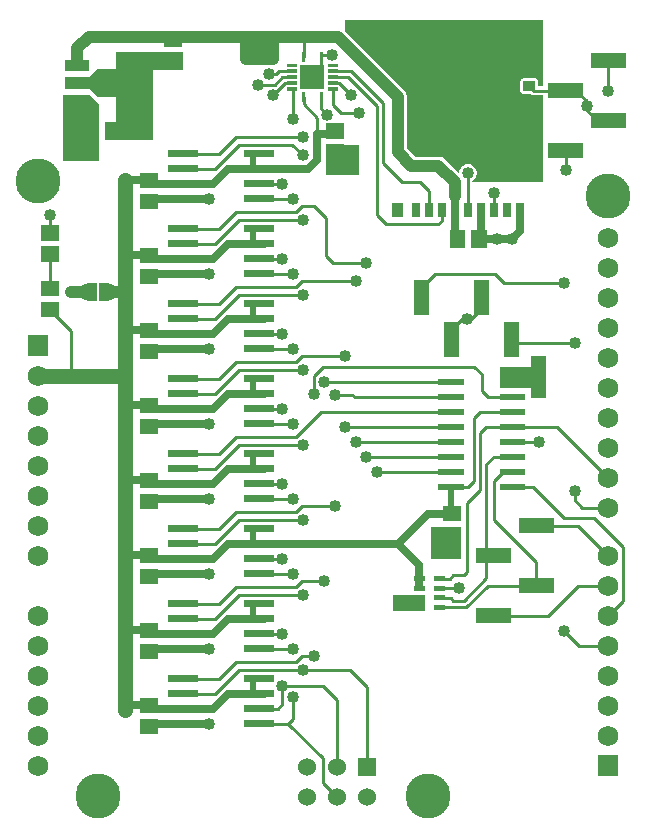
<source format=gbr>
G04 start of page 2 for group 0 idx 0 *
G04 Title: (unknown), component *
G04 Creator: pcb 20110918 *
G04 CreationDate: Tue 05 Jan 2016 03:28:18 AM GMT UTC *
G04 For: railfan *
G04 Format: Gerber/RS-274X *
G04 PCB-Dimensions: 210000 270000 *
G04 PCB-Coordinate-Origin: lower left *
%MOIN*%
%FSLAX25Y25*%
%LNTOP*%
%ADD34C,0.1285*%
%ADD33C,0.0380*%
%ADD32R,0.0256X0.0256*%
%ADD31R,0.0236X0.0236*%
%ADD30R,0.0300X0.0300*%
%ADD29R,0.0945X0.0945*%
%ADD28R,0.0378X0.0378*%
%ADD27R,0.0200X0.0200*%
%ADD26R,0.0167X0.0167*%
%ADD25R,0.0276X0.0276*%
%ADD24R,0.0394X0.0394*%
%ADD23R,0.0315X0.0315*%
%ADD22R,0.0500X0.0500*%
%ADD21R,0.0512X0.0512*%
%ADD20R,0.0110X0.0110*%
%ADD19C,0.1500*%
%ADD18C,0.0600*%
%ADD17C,0.0680*%
%ADD16C,0.0400*%
%ADD15C,0.0500*%
%ADD14C,0.0100*%
%ADD13C,0.0250*%
%ADD12C,0.0200*%
%ADD11C,0.0001*%
G54D11*G36*
X106000Y227000D02*X117000D01*
Y217000D01*
X106000D01*
Y227000D01*
G37*
G36*
X174500Y156500D02*X179500D01*
Y142500D01*
X174500D01*
Y156500D01*
G37*
G36*
X164000Y146000D02*Y153000D01*
X179500D01*
Y146000D01*
X164000D01*
G37*
G36*
X36000Y258000D02*X48500D01*
Y228500D01*
X36000D01*
Y258000D01*
G37*
G36*
X18500Y243500D02*X27500D01*
X30500Y240500D01*
Y221500D01*
X18500D01*
Y243500D01*
G37*
G36*
X58500Y258000D02*Y252000D01*
X46500D01*
Y258000D01*
X58500D01*
G37*
G36*
X77500Y265000D02*X90500D01*
Y255500D01*
X77500D01*
Y265000D01*
G37*
G36*
X141000Y89000D02*Y99500D01*
X151000D01*
Y89000D01*
X141000D01*
G37*
G36*
X128500Y77000D02*X139000D01*
Y71500D01*
X128500D01*
Y77000D01*
G37*
G36*
X170827Y248052D02*X170837Y244744D01*
X170874Y244591D01*
X170934Y244445D01*
X171016Y244311D01*
X171118Y244191D01*
X171238Y244089D01*
X171372Y244007D01*
X171518Y243947D01*
X171671Y243910D01*
X171827Y243900D01*
X174243Y243906D01*
X174387Y243783D01*
X174388Y243783D01*
X174589Y243659D01*
X174807Y243569D01*
X175037Y243514D01*
X175272Y243495D01*
X175331Y243500D01*
X178500D01*
Y214500D01*
X154824D01*
Y214901D01*
X155093Y215065D01*
X155452Y215372D01*
X155759Y215731D01*
X156005Y216134D01*
X156186Y216570D01*
X156296Y217029D01*
X156324Y217500D01*
X156296Y217971D01*
X156186Y218430D01*
X156005Y218866D01*
X155759Y219269D01*
X155452Y219628D01*
X155093Y219935D01*
X154690Y220181D01*
X154254Y220362D01*
X153795Y220472D01*
X153324Y220509D01*
X152853Y220472D01*
X152394Y220362D01*
X151958Y220181D01*
X151555Y219935D01*
X151196Y219628D01*
X150889Y219269D01*
X150643Y218866D01*
X150462Y218430D01*
X150352Y217971D01*
X150315Y217500D01*
X150321Y217422D01*
X145704Y222038D01*
X145628Y222128D01*
X145269Y222435D01*
X144866Y222681D01*
X144430Y222862D01*
X143971Y222972D01*
X143500Y223009D01*
X143382Y223000D01*
X135743D01*
X133000Y225743D01*
Y242882D01*
X133009Y243000D01*
X132972Y243471D01*
X132972Y243471D01*
X132862Y243930D01*
X132681Y244366D01*
X132435Y244769D01*
X132128Y245128D01*
X132038Y245204D01*
X112500Y264743D01*
Y268500D01*
X178500D01*
Y246500D01*
X176760D01*
X176755Y248208D01*
X176718Y248361D01*
X176658Y248507D01*
X176576Y248641D01*
X176474Y248761D01*
X176354Y248863D01*
X176220Y248945D01*
X176074Y249005D01*
X175921Y249042D01*
X175764Y249052D01*
X171671Y249042D01*
X171518Y249005D01*
X171372Y248945D01*
X171238Y248863D01*
X171118Y248761D01*
X171016Y248641D01*
X170934Y248507D01*
X170874Y248361D01*
X170837Y248208D01*
X170827Y248052D01*
G37*
G54D12*X81630Y124000D02*Y119000D01*
G54D13*X73500D02*X85370D01*
G54D14*X69000D02*X77000Y127000D01*
X70500Y124000D02*X76000Y129500D01*
X96000D01*
G54D13*X68500Y114000D02*X73500Y119000D01*
G54D14*X60370D02*X69000D01*
X60370Y124000D02*X70500D01*
G54D13*X47000Y114000D02*X68500D01*
X47000Y115043D02*X39000D01*
X67000Y109000D02*X47000D01*
G54D14*X85370Y114000D02*X91500D01*
X85370Y109000D02*X95000D01*
G54D13*X47000Y40043D02*X39000D01*
G54D15*X39043Y215043D02*X39000Y38500D01*
G54D14*X70500Y74000D02*X76000Y79500D01*
X85370Y39000D02*X90000D01*
X91500Y40500D01*
Y46500D01*
G54D13*X68500Y89000D02*X73500Y94000D01*
G54D14*X69000D02*X77000Y102000D01*
X70500Y99000D02*X76000Y104500D01*
X60370Y149000D02*X70500D01*
X76000Y154500D01*
X60370Y174000D02*X70500D01*
X60370Y199000D02*X70500D01*
Y174000D02*X76000Y179500D01*
X70500Y199000D02*X76000Y204500D01*
Y154500D02*X96000D01*
X98000Y156500D01*
X76000Y179500D02*X96000D01*
X98000Y181500D01*
X76000Y204500D02*X96000D01*
X98000Y206500D01*
G54D12*X81630Y99000D02*Y94000D01*
G54D14*X85370Y89000D02*X91500D01*
X85370Y84000D02*X95000D01*
X77000Y102000D02*X98500D01*
G54D13*X73500Y94000D02*X130000D01*
G54D12*X81630Y74000D02*Y69000D01*
G54D13*X73500D02*X85370D01*
G54D14*Y64000D02*X91500D01*
X69000Y69000D02*X77000Y77000D01*
X98500D01*
X76000Y79500D02*X96000D01*
X98000Y81500D01*
X105500D01*
X76000Y104500D02*X96000D01*
X98000Y106500D01*
X109000D01*
G54D13*X47000Y89000D02*X68500D01*
X47000Y90043D02*X39000D01*
X67000Y84000D02*X47000D01*
G54D14*X60370Y94000D02*X69000D01*
G54D13*X68500Y64000D02*X73500Y69000D01*
X47000Y64000D02*X68500D01*
X47000Y65043D02*X39000D01*
G54D14*X60370Y69000D02*X69000D01*
X60370Y74000D02*X70500D01*
X60370Y99000D02*X70500D01*
G54D12*X81630Y49000D02*Y44000D01*
G54D13*X73500D02*X85370D01*
X67000Y59000D02*X47000D01*
G54D14*X85370D02*X95000D01*
X76000Y54500D02*X96000D01*
X98000Y56500D01*
X102000D01*
X69000Y44000D02*X77000Y52000D01*
X70500Y49000D02*X76000Y54500D01*
G54D13*X68500Y39000D02*X73500Y44000D01*
X47000Y39000D02*X68500D01*
X67000Y34000D02*X47000D01*
G54D14*X60370Y44000D02*X69000D01*
X60370Y49000D02*X70500D01*
X77000Y52000D02*X114000D01*
X119803Y46197D01*
X105000Y14252D02*X109803Y9449D01*
X105000Y22500D02*Y14252D01*
X85370Y34000D02*X93500D01*
X95000Y35500D01*
Y43000D01*
X91500Y46500D02*X105000D01*
X93500Y34000D02*X105000Y22500D01*
Y46500D02*X109803Y41697D01*
Y19449D01*
X119803Y46197D02*Y19449D01*
X147750Y148000D02*X105500D01*
X155500Y153000D02*X105000D01*
X147750Y143000D02*X115500D01*
X115000Y143500D01*
X109000D01*
X147750Y133000D02*X112500D01*
X147750Y128000D02*X116000D01*
X147750Y138000D02*X104500D01*
G54D12*X81630Y149000D02*Y144000D01*
G54D14*X69000D02*X77000Y152000D01*
X98500D01*
X98000Y156500D02*X112500D01*
X105000Y153000D02*X102000Y150000D01*
Y144000D01*
G54D13*X73500D02*X85370D01*
G54D14*Y139000D02*X91500D01*
X85370Y134000D02*X95000D01*
X77000Y127000D02*X98500D01*
X96000Y129500D02*X104500Y138000D01*
G54D13*X68500Y139000D02*X73500Y144000D01*
G54D14*X60370D02*X69000D01*
G54D13*X47000Y139000D02*X68500D01*
X47000Y140043D02*X39000D01*
X67000Y134000D02*X47000D01*
G54D12*X81630Y174000D02*Y169000D01*
G54D13*X73500D02*X85370D01*
X68500Y164000D02*X73500Y169000D01*
X47000Y164000D02*X68500D01*
X47000Y189000D02*X68500D01*
X67000Y184000D02*X47000D01*
X67000Y159000D02*X47000D01*
G54D14*X60370Y169000D02*X69000D01*
X77000Y177000D01*
G54D12*X81630Y199000D02*Y194000D01*
G54D13*X73500D02*X85370D01*
X68500Y189000D02*X73500Y194000D01*
G54D14*X77000Y202000D02*X98500D01*
X106000Y190000D02*Y202500D01*
X102000Y206500D01*
X60370Y194000D02*X69000D01*
X77000Y202000D01*
G54D13*X47000Y214000D02*X68500D01*
X67000Y209000D02*X47000D01*
Y215043D02*X39000D01*
X47000Y190043D02*X39000D01*
X47000Y165043D02*X39000D01*
G54D14*X85370Y164000D02*X91500D01*
X85370Y159000D02*X95000D01*
X77000Y177000D02*X98500D01*
X85370Y189000D02*X91500D01*
X85370Y184000D02*X95000D01*
X98000Y181500D02*X116000D01*
X119500Y187500D02*X108500D01*
X106000Y190000D01*
X158000Y176086D02*Y172500D01*
X154500Y169000D01*
X151500D02*X154500D01*
X148000Y165500D02*Y161914D01*
Y165500D02*X151500Y169000D01*
X189000Y161000D02*X168000D01*
X185500Y181000D02*X165500D01*
X162500Y184000D01*
X142500D01*
X138000Y179500D01*
X157500Y138000D02*X168250D01*
Y143000D02*X160000D01*
X158000Y145000D01*
Y150500D01*
X155500Y153000D01*
X147750Y123000D02*X119500D01*
X147750Y118000D02*X123000D01*
G54D12*X147750Y113000D02*Y104043D01*
G54D14*Y113000D02*X153500D01*
X155500Y115000D01*
X153000Y107500D02*X157500Y112000D01*
X185500Y102500D02*X175000Y113000D01*
X168250D01*
X162000Y115000D02*X165000Y118000D01*
X168250D01*
Y123000D02*X162000D01*
X159500Y120500D01*
X155500Y115000D02*Y136000D01*
X157500Y138000D01*
Y112000D02*Y131000D01*
X159500Y133000D01*
X183000D02*X159500D01*
X161914Y70000D02*X180000D01*
X190000Y80000D01*
X200000D01*
Y70000D02*X205000Y75000D01*
X160000Y80000D02*X176086D01*
Y100000D02*X190000D01*
X200000Y90000D01*
X189000Y111500D02*Y108500D01*
X191500Y106000D01*
X200000D01*
X195500Y102500D02*X185500D01*
Y65000D02*X190500Y60000D01*
X200000D01*
X205000Y75000D02*Y93000D01*
X195500Y102500D01*
X176086Y80000D02*Y87914D01*
X162000Y102000D01*
X168250Y128000D02*X177000D01*
X200000Y116000D02*X183000Y133000D01*
G54D13*X130000Y94000D02*X140000Y104000D01*
X130000Y94000D02*X137000Y87000D01*
Y79500D01*
X140000Y104000D02*X147750D01*
G54D14*X159500Y120500D02*Y82500D01*
X143848Y79075D02*X150500D01*
X162000Y102000D02*Y115000D01*
X153000Y84500D02*Y107500D01*
X143848Y72776D02*X152776D01*
X152000Y75000D02*X148500D01*
X147575Y75925D01*
X143848D01*
X152776Y72776D02*X160000Y80000D01*
X159500Y82500D02*X152000Y75000D01*
X153000Y84500D02*X152000Y83500D01*
X148500D01*
X147224Y82224D01*
X143848D01*
G54D16*X130000Y243000D02*Y224500D01*
X134500Y220000D01*
G54D14*X125000Y221000D02*Y241000D01*
X140331Y211669D02*X137500Y214500D01*
X131500D01*
X125000Y221000D01*
G54D16*X134500Y220000D02*X143500D01*
G54D14*X123000Y240000D02*Y203500D01*
X126000Y200500D01*
G54D13*X148993Y210000D02*Y195500D01*
G54D14*X140331Y205138D02*Y211669D01*
X126000Y200500D02*X143500D01*
X144662Y201662D01*
Y205138D01*
G54D16*X148993Y209993D02*Y214507D01*
X143500Y220000D01*
G54D13*X157654Y205138D02*Y195500D01*
X170647Y205138D02*Y198147D01*
G54D14*X161985Y210775D02*Y205138D01*
X153324Y217500D02*Y205138D01*
G54D13*X170647Y198147D02*X168000Y195500D01*
X157043D01*
G54D14*X175272Y245000D02*X173796Y246476D01*
X175272Y245000D02*X189500D01*
X200086Y255000D02*Y245000D01*
X185914Y225000D02*Y218500D01*
X189500Y245000D02*X193000Y241500D01*
X196500Y235000D02*X200086D01*
X196500D02*X193000Y238500D01*
Y241500D02*Y238500D01*
G54D16*X27000Y263000D02*X110000D01*
X130000Y243000D01*
G54D14*X114531Y251469D02*X108291D01*
X110469Y247531D02*X114500Y243500D01*
X104453Y256291D02*Y251795D01*
X125000Y241000D02*X114531Y251469D01*
X108291Y249500D02*X113500D01*
X123000Y240000D01*
X108291Y245563D02*Y240209D01*
X108000Y257000D02*X104453D01*
X98547Y256291D02*Y263000D01*
G54D13*X103000Y230500D02*X109000D01*
G54D14*X103000Y236000D02*Y230500D01*
X108291Y240209D02*X111000Y237500D01*
X117000D01*
X108291Y247531D02*X110469D01*
X98547Y242709D02*Y240453D01*
X103000Y236000D01*
X104453Y242709D02*Y239047D01*
X106500Y237000D01*
X95000Y235500D02*Y245563D01*
X94709Y247531D02*X92531D01*
X88500Y243500D01*
X94709Y249500D02*X91500D01*
X89000Y247000D01*
X83500D01*
X94709Y251469D02*X90469D01*
X89500Y250500D01*
X87000D01*
G54D16*X88500Y255500D02*X79500D01*
X23142Y253406D02*Y259142D01*
X27000Y263000D01*
G54D15*X10000Y150000D02*X39027D01*
G54D16*X33400Y178000D02*X39500D01*
X26600D02*X21000D01*
G54D14*Y150000D02*Y164957D01*
X14000Y171957D01*
Y179043D02*Y190457D01*
Y197543D02*Y203500D01*
G54D12*X81630Y224000D02*Y219000D01*
G54D14*X77000Y227000D02*X94709D01*
X76000Y229500D02*X98500D01*
G54D13*X68500Y214000D02*X73500Y219000D01*
G54D14*X69000D02*X77000Y227000D01*
X70500Y224000D02*X76000Y229500D01*
X60370Y219000D02*X69000D01*
G54D13*X73500D02*X100000D01*
G54D14*X85370Y214000D02*X91500D01*
X85370Y209000D02*X95000D01*
X98000Y206500D02*X102000D01*
X94709Y227000D02*X98209Y223500D01*
G54D13*X100000Y219000D02*X103000Y222000D01*
Y230500D01*
G54D14*X60370Y224000D02*X70500D01*
G54D11*G36*
X196600Y23400D02*Y16600D01*
X203400D01*
Y23400D01*
X196600D01*
G37*
G54D17*X200000Y30000D03*
Y40000D03*
Y50000D03*
Y60000D03*
Y70000D03*
G54D11*G36*
X116803Y22449D02*Y16449D01*
X122803D01*
Y22449D01*
X116803D01*
G37*
G54D18*X119803Y9449D03*
X109803D03*
X99803D03*
G54D19*X140000Y10000D03*
G54D18*X109803Y19449D03*
X99803D03*
G54D17*X10000Y130000D03*
Y120000D03*
Y110000D03*
Y100000D03*
G54D11*G36*
X6600Y163400D02*Y156600D01*
X13400D01*
Y163400D01*
X6600D01*
G37*
G54D17*X10000Y150000D03*
Y140000D03*
G54D19*Y215000D03*
G54D17*Y90000D03*
Y70000D03*
Y60000D03*
Y50000D03*
Y40000D03*
Y30000D03*
Y20000D03*
G54D19*X30000Y10000D03*
G54D17*X200000Y80000D03*
Y90000D03*
Y106000D03*
Y116000D03*
Y126000D03*
Y136000D03*
Y146000D03*
Y156000D03*
Y166000D03*
Y176000D03*
Y186000D03*
Y196000D03*
G54D19*Y210000D03*
G54D20*X107169Y245563D02*X109413D01*
X107169Y247531D02*X109413D01*
X107169Y249500D02*X109413D01*
X107169Y251469D02*X109413D01*
G54D21*X108607Y224457D02*X109393D01*
X108607Y231543D02*X109393D01*
G54D20*X107169Y253437D02*X109413D01*
X104453Y257413D02*Y255169D01*
X98547Y257413D02*Y255169D01*
G54D11*G36*
X102091Y253319D02*Y250091D01*
X105319D01*
Y253319D01*
X102091D01*
G37*
G36*
X97681D02*Y250091D01*
X100909D01*
Y253319D01*
X97681D01*
G37*
G36*
X97464Y253536D02*Y245464D01*
X105536D01*
Y253536D01*
X97464D01*
G37*
G54D20*X93587Y249500D02*X95831D01*
X93587Y247531D02*X95831D01*
X93587Y245563D02*X95831D01*
X98547Y243831D02*Y241587D01*
X104453Y243831D02*Y241587D01*
G54D11*G36*
X102091Y248909D02*Y245681D01*
X105319D01*
Y248909D01*
X102091D01*
G37*
G36*
X97681D02*Y245681D01*
X100909D01*
Y248909D01*
X97681D01*
G37*
G54D20*X93587Y251469D02*X95831D01*
G54D22*X196760Y255000D02*X203413D01*
G54D21*X120646Y265769D02*Y263406D01*
G54D22*X182587Y245000D02*X189240D01*
X196760Y235000D02*X203413D01*
X182587Y225000D02*X189240D01*
G54D23*X173403Y246476D02*X174189D01*
G54D24*X173795Y266358D02*Y259270D01*
X173796Y222460D02*Y221672D01*
G54D21*X157043Y195893D02*Y195107D01*
X149957Y195893D02*Y195107D01*
G54D25*X153324Y206122D02*Y204153D01*
X157654Y206122D02*Y204153D01*
X136001Y206122D02*Y204153D01*
X140331Y206122D02*Y204153D01*
X144662Y206122D02*Y204153D01*
X148993Y206122D02*Y204153D01*
X161985Y206122D02*Y204153D01*
X166316Y206122D02*Y204153D01*
X170647Y206122D02*Y204153D01*
G54D24*X129899Y205531D02*Y204743D01*
G54D22*X172760Y100000D02*X179413D01*
X158587Y90000D02*X165240D01*
X172760Y80000D02*X179413D01*
X158587Y70000D02*X165240D01*
G54D26*X136217Y82224D02*X138087D01*
X136217Y79075D02*X138087D01*
X136217Y75925D02*X138087D01*
X136217Y72776D02*X138087D01*
X142913D02*X144783D01*
X142913Y75925D02*X144783D01*
X142913Y79075D02*X144783D01*
X142913Y82224D02*X144783D01*
G54D21*X147607Y96957D02*X148393D01*
X147607Y104043D02*X148393D01*
G54D27*X165000Y113000D02*X171500D01*
X165000Y118000D02*X171500D01*
X165000Y123000D02*X171500D01*
G54D22*X168000Y165240D02*Y158587D01*
X158000Y179413D02*Y172760D01*
G54D27*X165000Y128000D02*X171500D01*
X144500D02*X151000D01*
X144500Y123000D02*X151000D01*
X144500Y118000D02*X151000D01*
X144500Y113000D02*X151000D01*
X165000Y133000D02*X171500D01*
X144500D02*X151000D01*
X165000Y138000D02*X171500D01*
X144500D02*X151000D01*
X165000Y143000D02*X171500D01*
X165000Y148000D02*X171500D01*
X144500D02*X151000D01*
X144500Y143000D02*X151000D01*
G54D22*X148000Y165240D02*Y158587D01*
X138000Y179413D02*Y172760D01*
G54D28*X21095Y253406D02*X25189D01*
X21095Y247500D02*X32905D01*
G54D29*X34639D02*X36529D01*
G54D11*G36*
X27074Y249385D02*X29914Y252225D01*
X31334Y250805D01*
X28494Y247965D01*
X27074Y249385D01*
G37*
G36*
X28494Y247035D02*X31334Y244195D01*
X29914Y242775D01*
X27074Y245615D01*
X28494Y247035D01*
G37*
G54D28*X21095Y241594D02*X25189D01*
G54D18*X33400Y178000D03*
G54D30*X31900Y179500D02*Y176500D01*
G54D18*X26600Y178000D03*
G54D30*X28100Y179500D02*Y176500D01*
G54D21*X35043Y231893D02*Y231107D01*
X27957Y231893D02*Y231107D01*
X13607Y197543D02*X14393D01*
X13607Y190457D02*X14393D01*
X13607Y179043D02*X14393D01*
X13607Y171957D02*X14393D01*
G54D20*X93587Y253437D02*X95831D01*
G54D21*X54607Y254957D02*X55393D01*
X54607Y262043D02*X55393D01*
G54D31*X58500Y224000D02*X62240D01*
X58500Y219000D02*X62240D01*
X58500Y214000D02*X62240D01*
X79760Y209000D02*X83500D01*
X79760Y214000D02*X83500D01*
X79760Y219000D02*X83500D01*
G54D32*X83303Y209000D02*X87437D01*
X83303Y214000D02*X87437D01*
X83303Y219000D02*X87437D01*
G54D31*X79760Y224000D02*X83500D01*
G54D32*X83303D02*X87437D01*
X54563D02*X58697D01*
X54563Y219000D02*X58697D01*
X54563Y214000D02*X58697D01*
X54563Y209000D02*X58697D01*
G54D21*X46607Y207957D02*X47393D01*
X46607Y215043D02*X47393D01*
G54D31*X58500Y209000D02*X62240D01*
X58500Y199000D02*X62240D01*
X58500Y194000D02*X62240D01*
X79760D02*X83500D01*
G54D32*X83303D02*X87437D01*
G54D31*X79760Y199000D02*X83500D01*
G54D32*X83303D02*X87437D01*
X54563D02*X58697D01*
X54563Y194000D02*X58697D01*
X54563Y189000D02*X58697D01*
X54563Y184000D02*X58697D01*
G54D21*X46607Y182957D02*X47393D01*
X46607Y190043D02*X47393D01*
G54D31*X58500Y189000D02*X62240D01*
X58500Y184000D02*X62240D01*
X58500Y174000D02*X62240D01*
X58500Y169000D02*X62240D01*
G54D32*X54563Y174000D02*X58697D01*
G54D31*X79760Y184000D02*X83500D01*
G54D32*X83303D02*X87437D01*
G54D31*X79760Y189000D02*X83500D01*
G54D32*X83303D02*X87437D01*
G54D31*X79760Y169000D02*X83500D01*
X79760Y174000D02*X83500D01*
G54D32*X83303Y169000D02*X87437D01*
X83303Y174000D02*X87437D01*
G54D31*X58500Y164000D02*X62240D01*
G54D32*X54563D02*X58697D01*
G54D21*X46607Y165043D02*X47393D01*
G54D31*X58500Y159000D02*X62240D01*
G54D32*X54563D02*X58697D01*
G54D21*X46607Y157957D02*X47393D01*
G54D32*X54563Y169000D02*X58697D01*
G54D31*X79760Y159000D02*X83500D01*
X79760Y164000D02*X83500D01*
G54D32*X83303Y159000D02*X87437D01*
X83303Y164000D02*X87437D01*
G54D31*X79760Y134000D02*X83500D01*
X79760Y139000D02*X83500D01*
G54D32*X83303Y134000D02*X87437D01*
X83303Y139000D02*X87437D01*
G54D31*X79760Y144000D02*X83500D01*
X79760Y149000D02*X83500D01*
G54D32*X83303Y144000D02*X87437D01*
X83303Y149000D02*X87437D01*
G54D31*X58500D02*X62240D01*
X58500Y144000D02*X62240D01*
X58500Y139000D02*X62240D01*
G54D32*X54563Y149000D02*X58697D01*
X54563Y144000D02*X58697D01*
X54563Y139000D02*X58697D01*
X54563Y134000D02*X58697D01*
G54D21*X46607Y132957D02*X47393D01*
X46607Y140043D02*X47393D01*
G54D31*X58500Y134000D02*X62240D01*
X58500Y124000D02*X62240D01*
X58500Y119000D02*X62240D01*
X58500Y109000D02*X62240D01*
G54D32*X54563D02*X58697D01*
G54D21*X46607Y107957D02*X47393D01*
G54D32*X54563Y124000D02*X58697D01*
X54563Y119000D02*X58697D01*
X54563Y114000D02*X58697D01*
G54D21*X46607Y115043D02*X47393D01*
G54D31*X58500Y114000D02*X62240D01*
X58500Y99000D02*X62240D01*
X58500Y94000D02*X62240D01*
G54D32*X54563Y99000D02*X58697D01*
G54D31*X79760Y109000D02*X83500D01*
G54D32*X83303D02*X87437D01*
G54D31*X79760Y99000D02*X83500D01*
X79760Y114000D02*X83500D01*
X79760Y119000D02*X83500D01*
X79760Y124000D02*X83500D01*
G54D32*X83303Y114000D02*X87437D01*
X83303Y119000D02*X87437D01*
X83303Y124000D02*X87437D01*
X83303Y94000D02*X87437D01*
X83303Y99000D02*X87437D01*
G54D31*X58500Y84000D02*X62240D01*
G54D32*X54563D02*X58697D01*
G54D21*X46607Y82957D02*X47393D01*
G54D32*X54563Y94000D02*X58697D01*
X54563Y89000D02*X58697D01*
G54D21*X46607Y90043D02*X47393D01*
G54D31*X58500Y89000D02*X62240D01*
X58500Y74000D02*X62240D01*
X58500Y69000D02*X62240D01*
G54D32*X54563Y74000D02*X58697D01*
G54D31*X79760Y84000D02*X83500D01*
X79760Y89000D02*X83500D01*
X79760Y94000D02*X83500D01*
G54D32*X83303Y84000D02*X87437D01*
X83303Y89000D02*X87437D01*
G54D31*X79760Y59000D02*X83500D01*
X79760Y64000D02*X83500D01*
G54D32*X83303Y59000D02*X87437D01*
X83303Y64000D02*X87437D01*
G54D31*X79760Y69000D02*X83500D01*
X79760Y74000D02*X83500D01*
G54D32*X83303Y69000D02*X87437D01*
X83303Y74000D02*X87437D01*
G54D31*X79760Y34000D02*X83500D01*
G54D32*X83303D02*X87437D01*
G54D31*X79760Y39000D02*X83500D01*
X79760Y44000D02*X83500D01*
X79760Y49000D02*X83500D01*
G54D32*X83303Y39000D02*X87437D01*
X83303Y44000D02*X87437D01*
X83303Y49000D02*X87437D01*
G54D31*X58500Y59000D02*X62240D01*
G54D32*X54563D02*X58697D01*
G54D21*X46607Y57957D02*X47393D01*
G54D32*X54563Y69000D02*X58697D01*
X54563Y64000D02*X58697D01*
G54D21*X46607Y65043D02*X47393D01*
G54D31*X58500Y64000D02*X62240D01*
X58500Y49000D02*X62240D01*
X58500Y44000D02*X62240D01*
X58500Y39000D02*X62240D01*
X58500Y34000D02*X62240D01*
G54D32*X54563D02*X58697D01*
G54D21*X46607Y32957D02*X47393D01*
G54D32*X54563Y49000D02*X58697D01*
X54563Y44000D02*X58697D01*
X54563Y39000D02*X58697D01*
G54D21*X46607Y40043D02*X47393D01*
G54D16*X21000Y229000D03*
Y234000D03*
Y224000D03*
Y178000D03*
X38500Y255500D03*
Y239500D03*
X45500Y240500D03*
Y247500D03*
Y254500D03*
X14000Y203500D03*
X67000Y209000D03*
X185914Y218500D03*
X114500Y224500D03*
Y219500D03*
X98500Y223500D03*
X161985Y210775D03*
X163000Y195500D03*
X168000D03*
X153324Y217500D03*
X153000Y169000D03*
X102000Y144000D03*
X105500Y148000D03*
X109000Y143500D03*
X112500Y133000D03*
X116000Y128000D03*
X119500Y123000D03*
X91500Y139000D03*
X95000Y134000D03*
X98500Y202000D03*
Y177000D03*
Y152000D03*
Y127000D03*
X112500Y156500D03*
X123000Y118000D03*
X108000Y257000D03*
X114500Y243500D03*
X116000Y181500D03*
X119500Y187500D03*
X117000Y237500D03*
X106500Y237000D03*
X91500Y214000D03*
X95000Y209000D03*
X91500Y189000D03*
X95000Y184000D03*
X91500Y164000D03*
X95000Y159000D03*
X98500Y229500D03*
X95000Y235500D03*
X88500Y243500D03*
X83500Y247000D03*
X87000Y250500D03*
X79500Y255500D03*
X84000D03*
X88500D03*
X200086Y245000D03*
X189000Y161000D03*
Y111500D03*
X185500Y181000D03*
Y65000D03*
X193000Y240000D03*
X177000Y128000D03*
Y149500D03*
Y154000D03*
Y145000D03*
X67000Y184000D03*
Y159000D03*
Y134000D03*
Y109000D03*
Y84000D03*
Y59000D03*
Y34000D03*
X91500Y114000D03*
X95000Y109000D03*
X98500Y102000D03*
X91500Y89000D03*
X95000Y84000D03*
X98500Y77000D03*
X91500Y64000D03*
X95000Y59000D03*
X98500Y52000D03*
X102000Y56500D03*
X91500Y46500D03*
X95000Y43000D03*
X105500Y81500D03*
X131000Y74000D03*
X109000Y106500D03*
X148000Y91500D03*
X150500Y79075D03*
G54D12*G54D33*G54D34*G54D33*G54D34*G54D33*G54D34*G54D33*G54D34*M02*

</source>
